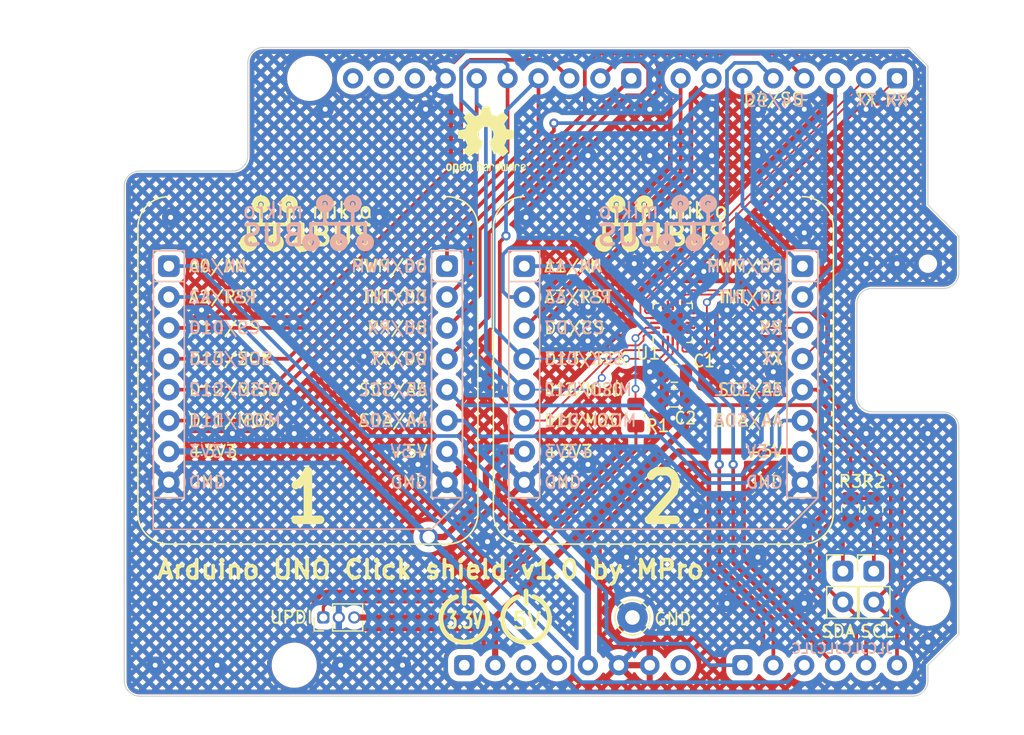
<source format=kicad_pcb>
(kicad_pcb (version 20221018) (generator pcbnew)
  (title_block (title "Arduino UNO Click shield") (date "2023-08-27") (rev "1.0") (company "© 2023 MPro") (comment 1 "Designed by MPro") (comment 4 "Licensed under CERN-OHL-P v2 or any later version"))
  (layers (0 "F.Cu" signal) (31 "B.Cu" signal) (34 "B.Paste" user) (35 "F.Paste" user) (36 "B.SilkS" user "B.Silkscreen") (37 "F.SilkS" user "F.Silkscreen") (38 "B.Mask" user) (39 "F.Mask" user) (44 "Edge.Cuts" user))
  (net 0 "")
  (net 2 "VCC")
  (net 4 "+3.3V")
  (net 5 "+5V")
  (net 6 "GND")
  (net 8 "/AIN1")
  (net 9 "/AIN2")
  (net 10 "/RST1")
  (net 11 "/RST2")
  (net 12 "/SDA")
  (net 13 "/SCL")
  (net 14 "UPDI")
  (net 16 "/INT1")
  (net 17 "/INT2")
  (net 19 "/PWM1")
  (net 20 "/PWM2")
  (net 22 "/RxD_pass2")
  (net 23 "/TxD_pass2")
  (net 25 "/MOSI")
  (net 26 "/MISO")
  (net 27 "/SCK")
  (net 31 "/~{CS1}")
  (net 32 "/TxD1")
  (net 33 "/RxD1")
  (net 34 "/~{CS2}")
  (net 35 "/TxD2")
  (net 36 "/RxD2")
  (net 39 "Net-(JP1-A)")
  (net 40 "Net-(JP2-A)")
  (net 41 "/~{SS1}")
  (net 45 "Net-(J4-Pin_1)")
  (footprint "footprints:mikroBUS_host_connector" (layer "F.Cu") (at 74.780714 53.540214)
    (fp_text reference "J1" hide)
    (fp_text value "mikroBUS host connector" hide)
  )
  (footprint "footprints:Logo_Power_3V3" (layer "F.Cu") (at 99.06 82.55)
    (fp_text reference "LOGO3" hide)
    (fp_text value "LOGO" hide)
  )
  (footprint "footprints:Arduino_UNO_R3_WithMountingHoles_Profiled" (layer "F.Cu") (at 71.12 38.1)
    (fp_text reference "A1" hide)
    (fp_text value "Arduino UNO R3 Shield" hide)
    (fp_line (start 0 8.89) (end 0 49.53) (stroke (width 0.1)) (layer "Edge.Cuts"))
    (fp_line (start 1.27 50.8) (end 64.77 50.8) (stroke (width 0.1)) (layer "Edge.Cuts"))
    (fp_line (start 8.89 7.62) (end 1.27 7.62) (stroke (width 0.1)) (layer "Edge.Cuts"))
    (fp_line (start 10.16 -1.27) (end 10.16 3.81) (stroke (width 0.1)) (layer "Edge.Cuts"))
    (fp_line (start 10.16 3.81) (end 10.16 6.35) (stroke (width 0.1)) (layer "Edge.Cuts"))
    (fp_line (start 60.198 18.542) (end 60.198 26.162) (stroke (width 0.1)) (layer "Edge.Cuts"))
    (fp_line (start 61.468 27.432) (end 67.31 27.432) (stroke (width 0.1)) (layer "Edge.Cuts"))
    (fp_line (start 63.5 17.272) (end 61.468 17.272) (stroke (width 0.1)) (layer "Edge.Cuts"))
    (fp_line (start 64.52 -2.54) (end 11.43 -2.54) (stroke (width 0.1)) (layer "Edge.Cuts"))
    (fp_line (start 66.04 -1.02) (end 64.52 -2.54) (stroke (width 0.1)) (layer "Edge.Cuts"))
    (fp_line (start 66.04 10.41) (end 66.04 -1.02) (stroke (width 0.1)) (layer "Edge.Cuts"))
    (fp_line (start 66.04 48.26) (end 68.58 45.72) (stroke (width 0.1)) (layer "Edge.Cuts"))
    (fp_line (start 66.04 49.53) (end 66.04 48.26) (stroke (width 0.1)) (layer "Edge.Cuts"))
    (fp_line (start 67.31 17.272) (end 63.5 17.272) (stroke (width 0.1)) (layer "Edge.Cuts"))
    (fp_line (start 68.58 12.95) (end 66.04 10.41) (stroke (width 0.1)) (layer "Edge.Cuts"))
    (fp_line (start 68.58 14.478) (end 68.58 12.95) (stroke (width 0.1)) (layer "Edge.Cuts"))
    (fp_line (start 68.58 16.002) (end 68.58 14.478) (stroke (width 0.1)) (layer "Edge.Cuts"))
    (fp_line (start 68.58 45.72) (end 68.58 28.702) (stroke (width 0.1)) (layer "Edge.Cuts"))
    (fp_arc (start 0 8.89) (mid 0.371974 7.991974) (end 1.27 7.62) (stroke (width 0.1)) (layer "Edge.Cuts"))
    (fp_arc (start 1.27 50.8) (mid 0.371974 50.428026) (end 0 49.53) (stroke (width 0.1)) (layer "Edge.Cuts"))
    (fp_arc (start 10.16 -1.27) (mid 10.531974 -2.168026) (end 11.43 -2.54) (stroke (width 0.1)) (layer "Edge.Cuts"))
    (fp_arc (start 10.16 6.35) (mid 9.788026 7.248026) (end 8.89 7.62) (stroke (width 0.1)) (layer "Edge.Cuts"))
    (fp_arc (start 60.198 18.542) (mid 60.569974 17.643974) (end 61.468 17.272) (stroke (width 0.1)) (layer "Edge.Cuts"))
    (fp_arc (start 61.468 27.432) (mid 60.569974 27.060026) (end 60.198 26.162) (stroke (width 0.1)) (layer "Edge.Cuts"))
    (fp_arc (start 66.04 49.53) (mid 65.668026 50.428026) (end 64.77 50.8) (stroke (width 0.1)) (layer "Edge.Cuts"))
    (fp_arc (start 67.31 27.432) (mid 68.208026 27.803974) (end 68.58 28.702) (stroke (width 0.1)) (layer "Edge.Cuts"))
    (fp_arc (start 68.58 16.002) (mid 68.208026 16.900026) (end 67.31 17.272) (stroke (width 0.1)) (layer "Edge.Cuts"))
  )
  (footprint "footprints:C_0805_2012Metric" (layer "F.Cu") (at 116.332 62.357 180)
    (fp_text reference "C1")
    (fp_text value "100n" hide)
  )
  (footprint "footprints:OSHW-Logo2_7.3x6mm_SilkScreen" (layer "F.Cu") (at 100.838 43.18)
    (fp_text reference "LOGO1" hide)
    (fp_text value "Logo_Open_Hardware_Small" hide)
  )
  (footprint "footprints:mikroBUS_host_connector" (layer "F.Cu") (at 103.990714 53.540214)
    (fp_text reference "J2" hide)
    (fp_text value "mikroBUS host connector" hide)
  )
  (footprint "footprints:PinHeader_1x02_P2.54mm_Vertical" (layer "F.Cu") (at 132.715 78.622714)
    (fp_text reference "JP1" hide)
    (fp_text value "SCL")
  )
  (footprint "footprints:TestPoint_THTPad_D2.5mm_Drill1.2mm" (layer "F.Cu") (at 112.880714 82.432714)
    (fp_text reference "TP1" hide)
    (fp_text value "GND")
  )
  (footprint "footprints:PinHeader_1x02_P2.54mm_Vertical" (layer "F.Cu") (at 130.175 78.622714)
    (fp_text reference "JP2" hide)
    (fp_text value "SDA")
  )
  (footprint "footprints:R_0805_2012Metric" (layer "F.Cu") (at 132.715 73.542714 -90)
    (fp_text reference "R2")
    (fp_text value "2k2" hide)
  )
  (footprint "footprints:R_0805_2012Metric" (layer "F.Cu") (at 130.81 73.542714 -90)
    (fp_text reference "R3")
    (fp_text value "2k2" hide)
  )
  (footprint "footprints:C_0805_2012Metric" (layer "F.Cu") (at 116.332 64.389 180)
    (fp_text reference "C2")
    (fp_text value "10u" hide)
  )
  (footprint "footprints:PinHeader_1x03_P1.27mm_Vertical" (layer "F.Cu") (at 87.480714 82.432714 90)
    (fp_text reference "J4" hide)
    (fp_text value "UPDI")
  )
  (footprint "footprints:VQFN-20-1EP_3x3mm_P0.4mm_EP1.7x1.7mm" (layer "F.Cu") (at 116.190714 58.21 90)
    (fp_text reference "U1")
    (fp_text value "ATtiny1616-M" hide)
  )
  (footprint "footprints:Logo_Power_5V" (layer "F.Cu") (at 104.14 82.55)
    (fp_text reference "LOGO2" hide)
    (fp_text value "LOGO" hide)
  )
  (footprint "footprints:R_0805_2012Metric" (layer "F.Cu") (at 113.157 65.786 90)
    (fp_text reference "R1")
    (fp_text value "470" hide)
  )
  (gr_text "D4/SS" (at 124.587 40.513) (layer "B.SilkS") (effects (font (size 1 1)) (justify bottom mirror)))
  (gr_text "JLCJLCJLCJLC" (at 134.366 85.471) (layer "B.SilkS") (effects (font (size 0.81 0.81) (thickness 0.15) bold) (justify left bottom mirror)))
  (gr_text "RX" (at 134.62 40.513) (layer "B.SilkS") (effects (font (size 1 1)) (justify bottom mirror)))
  (gr_text "TX" (at 132.08 40.513) (layer "B.SilkS") (effects (font (size 1 1)) (justify bottom mirror)))
  (gr_text "TX" (at 132.08 40.386) (layer "F.SilkS") (effects (font (size 1 1)) (justify bottom)))
  (gr_text "D4/SS" (at 124.46 40.386) (layer "F.SilkS") (effects (font (size 1 1)) (justify bottom)))
  (gr_text "RX" (at 134.62 40.386) (layer "F.SilkS") (effects (font (size 1 1)) (justify bottom)))
  (gr_text "Arduino UNO Click shield v1.0 by MPro" (at 73.66 79.375) (layer "F.SilkS") (effects (font (size 1.5 1.5) (thickness 0.3) bold) (justify left bottom)))
  (segment (start 130.81 72.630214) (end 132.715 72.630214) (width 0.3048) (layer "F.Cu") (net 2))
  (segment (start 101.6 82.423) (end 117.282 66.741) (width 0.508) (layer "F.Cu") (net 2))
  (segment (start 118.237 64.389) (end 117.282 64.389) (width 0.3048) (layer "F.Cu") (net 2))
  (segment (start 101.6 86.36) (end 101.6 82.423) (width 0.508) (layer "F.Cu") (net 2))
  (segment (start 127.5842 64.9732) (end 118.8212 64.9732) (width 0.3048) (layer "F.Cu") (net 2))
  (segment (start 130.81 72.630214) (end 130.81 69.088) (width 0.3048) (layer "F.Cu") (net 2))
  (segment (start 118.8212 64.9732) (end 118.237 64.389) (width 0.3048) (layer "F.Cu") (net 2))
  (segment (start 116.590714 60.710714) (end 116.590714 59.66) (width 0.1524) (layer "F.Cu") (net 2))
  (segment (start 130.81 69.088) (end 128.27 66.548) (width 0.3048) (layer "F.Cu") (net 2))
  (segment (start 90.020714 82.432714) (end 101.590286 82.432714) (width 0.508) (layer "F.Cu") (net 2))
  (segment (start 128.27 65.659) (end 127.5842 64.9732) (width 0.3048) (layer "F.Cu") (net 2))
  (segment (start 117.310514 61.430514) (end 116.590714 60.710714) (width 0.1524) (layer "F.Cu") (net 2))
  (segment (start 117.310514 62.061914) (end 117.310514 61.430514) (width 0.1524) (layer "F.Cu") (net 2))
  (segment (start 128.27 66.548) (end 128.27 65.659) (width 0.3048) (layer "F.Cu") (net 2))
  (segment (start 117.282 66.741) (end 117.282 62.357) (width 0.508) (layer "F.Cu") (net 2))
  (segment (start 102.415786 68.780214) (end 103.990714 68.780214) (width 0.508) (layer "F.Cu") (net 4))
  (segment (start 97.409 75.819) (end 100.838 72.39) (width 0.508) (layer "F.Cu") (net 4))
  (segment (start 96.139 75.819) (end 97.409 75.819) (width 0.508) (layer "F.Cu") (net 4))
  (segment (start 100.838 72.39) (end 100.838 70.358) (width 0.508) (layer "F.Cu") (net 4))
  (segment (start 100.838 70.358) (end 102.415786 68.780214) (width 0.508) (layer "F.Cu") (net 4))
  (via (at 96.139 75.819) (size 1.524) (drill 1.016) (layers "F.Cu" "B.Cu") (net 4))
  (segment (start 106.68 86.36) (end 96.139 75.819) (width 0.508) (layer "B.Cu") (net 4))
  (segment (start 96.139 75.819) (end 89.100214 68.780214) (width 0.508) (layer "B.Cu") (net 4))
  (segment (start 89.100214 68.780214) (end 74.780714 68.780214) (width 0.508) (layer "B.Cu") (net 4))
  (segment (start 109.22 86.36) (end 109.22 76.2) (width 0.508) (layer "F.Cu") (net 5))
  (segment (start 109.22 76.2) (end 116.639786 68.780214) (width 0.508) (layer "F.Cu") (net 5))
  (segment (start 116.639786 68.780214) (end 126.850714 68.780214) (width 0.508) (layer "F.Cu") (net 5))
  (segment (start 109.22 86.36) (end 109.22 80.3595) (width 0.508) (layer "B.Cu") (net 5))
  (segment (start 109.22 80.3595) (end 97.640714 68.780214) (width 0.508) (layer "B.Cu") (net 5))
  (segment (start 115.410514 61.500486) (end 116.190714 60.720286) (width 0.1524) (layer "F.Cu") (net 6))
  (segment (start 115.410514 62.061914) (end 115.410514 61.500486) (width 0.1524) (layer "F.Cu") (net 6))
  (segment (start 114.3 83.852) (end 114.3 86.36) (width 0.508) (layer "F.Cu") (net 6))
  (segment (start 114.3 86.36) (end 111.76 86.36) (width 0.508) (layer "F.Cu") (net 6))
  (segment (start 116.190714 59.66) (end 116.190714 58.21) (width 0.1524) (layer "F.Cu") (net 6))
  (segment (start 116.190714 60.720286) (end 116.190714 59.66) (width 0.1524) (layer "F.Cu") (net 6))
  (segment (start 112.880714 82.432714) (end 114.3 83.852) (width 0.508) (layer "F.Cu") (net 6))
  (segment (start 115.382 62.357) (end 115.382 64.389) (width 0.508) (layer "F.Cu") (net 6))
  (via (at 132.08 53.34) (size 0.762) (drill 0.4064) (layers "F.Cu" "B.Cu") (net 6))
  (via (at 109.22 69.85) (size 0.762) (drill 0.4064) (layers "F.Cu" "B.Cu") (net 6))
  (via (at 114.3 44.45) (size 0.762) (drill 0.4064) (layers "F.Cu" "B.Cu") (net 6))
  (via (at 119.38 44.45) (size 0.762) (drill 0.4064) (layers "F.Cu" "B.Cu") (net 6))
  (via (at 73.66 81.28) (size 0.762) (drill 0.4064) (layers "F.Cu" "B.Cu") (net 6))
  (via (at 93.98 86.36) (size 0.762) (drill 0.4064) (layers "F.Cu" "B.Cu") (net 6))
  (via (at 85.09 67.31) (size 0.762) (drill 0.4064) (layers "F.Cu" "B.Cu") (net 6))
  (via (at 88.9 86.36) (size 0.762) (drill 0.4064) (layers "F.Cu" "B.Cu") (net 6))
  (via (at 119.38 40.64) (size 0.762) (drill 0.4064) (layers "F.Cu" "B.Cu") (net 6))
  (via (at 73.66 86.36) (size 0.762) (drill 0.4064) (layers "F.Cu" "B.Cu") (net 6))
  (via (at 116.205 66.04) (size 0.762) (drill 0.4064) (layers "F.Cu" "B.Cu") (net 6))
  (via (at 100.965 76.2) (size 0.762) (drill 0.4064) (layers "F.Cu" "B.Cu") (net 6))
  (via (at 74.93 49.53) (size 0.762) (drill 0.4064) (layers "F.Cu" "B.Cu") (net 6))
  (via (at 85.09 64.77) (size 0.762) (drill 0.4064) (layers "F.Cu" "B.Cu") (net 6))
  (via (at 112.395 77.47) (size 0.762) (drill 0.4064) (layers "F.Cu" "B.Cu") (net 6))
  (via (at 134.62 40.64) (size 0.762) (drill 0.4064) (layers "F.Cu" "B.Cu") (net 6))
  (via (at 127 50.8) (size 0.762) (drill 0.4064) (layers "F.Cu" "B.Cu") (net 6))
  (via (at 92.075 49.53) (size 0.762) (drill 0.4064) (layers "F.Cu" "B.Cu") (net 6))
  (via (at 78.74 86.36) (size 0.762) (drill 0.4064) (layers "F.Cu" "B.Cu") (net 6))
  (via (at 123.19 40.64) (size 0.762) (drill 0.4064) (layers "F.Cu" "B.Cu") (net 6))
  (via (at 104.14 49.53) (size 0.762) (drill 0.4064) (layers "F.Cu" "B.Cu") (net 6))
  (via (at 120.65 57.15) (size 0.762) (drill 0.4064) (layers "F.Cu" "B.Cu") (net 6))
  (via (at 124.46 62.23) (size 0.762) (drill 0.4064) (layers "F.Cu" "B.Cu") (net 6))
  (via (at 127 81.28) (size 0.762) (drill 0.4064) (layers "F.Cu" "B.Cu") (net 6))
  (via (at 95.885 40.64) (size 0.762) (drill 0.4064) (layers "F.Cu" "B.Cu") (net 6))
  (via (at 109.22 44.45) (size 0.762) (drill 0.4064) (layers "F.Cu" "B.Cu") (net 6))
  (via (at 132.08 40.64) (size 0.762) (drill 0.4064) (layers "F.Cu" "B.Cu") (net 6))
  (via (at 127 74.93) (size 0.762) (drill 0.4064) (layers "F.Cu" "B.Cu") (net 6))
  (via (at 113.03 53.34) (size 0.762) (drill 0.4064) (layers "F.Cu" "B.Cu") (net 6))
  (via (at 87.63 40.64) (size 0.762) (drill 0.4064) (layers "F.Cu" "B.Cu") (net 6))
  (via (at 137.16 84.455) (size 0.762) (drill 0.4064) (layers "F.Cu" "B.Cu") (net 6))
  (via (at 80.01 67.31) (size 0.762) (drill 0.4064) (layers "F.Cu" "B.Cu") (net 6))
  (via (at 118.745 53.975) (size 0.762) (drill 0.4064) (layers "F.Cu" "B.Cu") (net 6))
  (via (at 118.11 73.66) (size 0.762) (drill 0.4064) (layers "F.Cu" "B.Cu") (net 6))
  (via (at 109.22 59.69) (size 0.762) (drill 0.4064) (layers "F.Cu" "B.Cu") (net 6))
  (via (at 123.19 77.47) (size 0.762) (drill 0.4064) (layers "F.Cu" "B.Cu") (net 6))
  (via (at 90.805 60.96) (size 0.762) (drill 0.4064) (layers "F.Cu" "B.Cu") (net 6))
  (via (at 120.65 81.28) (size 0.762) (drill 0.4064) (layers "F.Cu" "B.Cu") (net 6))
  (via (at 134.62 53.34) (size 0.762) (drill 0.4064) (layers "F.Cu" "B.Cu") (net 6))
  (via (at 137.16 67.31) (size 0.762) (drill 0.4064) (layers "F.Cu" "B.Cu") (net 6))
  (via (at 109.22 56.896) (size 0.762) (drill 0.4064) (layers "F.Cu" "B.Cu") (net 6))
  (via (at 95.25 69.85) (size 0.762) (drill 0.4064) (layers "F.Cu" "B.Cu") (net 6))
  (via (at 100.33 62.865) (size 0.762) (drill 0.4064) (layers "F.Cu" "B.Cu") (net 6))
  (via (at 77.47 57.15) (size 0.762) (drill 0.4064) (layers "F.Cu" "B.Cu") (net 6))
  (via (at 132.08 67.31) (size 0.762) (drill 0.4064) (layers "F.Cu" "B.Cu") (net 6))
  (via (at 114.3 40.64) (size 0.762) (drill 0.4064) (layers "F.Cu" "B.Cu") (net 6))
  (via (at 109.22 49.53) (size 0.762) (drill 0.4064) (layers "F.Cu" "B.Cu") (net 6))
  (via (at 127 40.64) (size 0.762) (drill 0.4064) (layers "F.Cu" "B.Cu") (net 6))
  (via (at 114.3 62.23) (size 0.762) (drill 0.4064) (layers "F.Cu" "B.Cu") (net 6))
  (via (at 120.65 62.23) (size 0.762) (drill 0.4064) (layers "F.Cu" "B.Cu") (net 6))
  (via (at 123.19 44.45) (size 0.762) (drill 0.4064) (layers "F.Cu" "B.Cu") (net 6))
  (segment (start 110.744 80.391) (end 99.187 68.834) (width 0.3048) (layer "B.Cu") (net 8))
  (segment (start 110.744 83.566) (end 110.744 80.391) (width 0.3048) (layer "B.Cu") (net 8))
  (segment (start 121.92 86.36) (end 119.253 86.36) (width 0.3048) (layer "B.Cu") (net 8))
  (segment (start 99.187 68.072) (end 98.6282 67.5132) (width 0.3048) (layer "B.Cu") (net 8))
  (segment (start 111.76 84.582) (end 110.744 83.566) (width 0.3048) (layer "B.Cu") (net 8))
  (segment (start 99.187 68.834) (end 99.187 68.072) (width 0.3048) (layer "B.Cu") (net 8))
  (segment (start 119.253 86.36) (end 117.475 84.582) (width 0.3048) (layer "B.Cu") (net 8))
  (segment (start 77.162214 53.540214) (end 74.780714 53.540214) (width 0.3048) (layer "B.Cu") (net 8))
  (segment (start 91.1352 67.5132) (end 77.162214 53.540214) (width 0.3048) (layer "B.Cu") (net 8))
  (segment (start 117.475 84.582) (end 111.76 84.582) (width 0.3048) (layer "B.Cu") (net 8))
  (segment (start 98.6282 67.5132) (end 91.1352 67.5132) (width 0.3048) (layer "B.Cu") (net 8))
  (segment (start 120.015 78.105) (end 124.46 82.55) (width 0.3048) (layer "F.Cu") (net 9))
  (segment (start 124.46 82.55) (end 124.46 86.36) (width 0.3048) (layer "F.Cu") (net 9))
  (segment (start 120.015 69.85) (end 120.015 78.105) (width 0.3048) (layer "F.Cu") (net 9))
  (via (at 120.015 69.85) (size 0.762) (drill 0.4064) (layers "F.Cu" "B.Cu") (net 9))
  (segment (start 120.015 69.85) (end 120.015 65.024) (width 0.3048) (layer "B.Cu") (net 9))
  (segment (start 108.531214 53.540214) (end 103.990714 53.540214) (width 0.3048) (layer "B.Cu") (net 9))
  (segment (start 120.015 65.024) (end 108.531214 53.540214) (width 0.3048) (layer "B.Cu") (net 9))
  (segment (start 107.95 85.725) (end 107.95 86.995) (width 0.3048) (layer "B.Cu") (net 10))
  (segment (start 74.780714 56.080214) (end 78.305214 56.080214) (width 0.3048) (layer "B.Cu") (net 10))
  (segment (start 78.305214 56.080214) (end 107.95 85.725) (width 0.3048) (layer "B.Cu") (net 10))
  (segment (start 108.712 87.757) (end 125.603 87.757) (width 0.3048) (layer "B.Cu") (net 10))
  (segment (start 107.95 86.995) (end 108.712 87.757) (width 0.3048) (layer "B.Cu") (net 10))
  (segment (start 125.603 87.757) (end 127 86.36) (width 0.3048) (layer "B.Cu") (net 10))
  (segment (start 121.158 69.85) (end 121.158 77.978) (width 0.3048) (layer "F.Cu") (net 11))
  (segment (start 121.158 77.978) (end 129.54 86.36) (width 0.3048) (layer "F.Cu") (net 11))
  (via (at 121.158 69.85) (size 0.762) (drill 0.4064) (layers "F.Cu" "B.Cu") (net 11))
  (segment (start 102.689214 56.080214) (end 103.990714 56.080214) (width 0.3048) (layer "B.Cu") (net 11))
  (segment (start 102.743 52.07) (end 102.235 52.578) (width 0.3048) (layer "B.Cu") (net 11))
  (segment (start 121.158 65.278) (end 107.95 52.07) (width 0.3048) (layer "B.Cu") (net 11))
  (segment (start 121.158 69.85) (end 121.158 65.278) (width 0.3048) (layer "B.Cu") (net 11))
  (segment (start 102.235 52.578) (end 102.235 55.626) (width 0.3048) (layer "B.Cu") (net 11))
  (segment (start 107.95 52.07) (end 102.743 52.07) (width 0.3048) (layer "B.Cu") (net 11))
  (segment (start 102.235 55.626) (end 102.689214 56.080214) (width 0.3048) (layer "B.Cu") (net 11))
  (segment (start 130.175 81.162714) (end 130.057714 81.162714) (width 0.254) (layer "F.Cu") (net 12))
  (segment (start 126.850714 66.271714) (end 126.850714 66.240214) (width 0.254) (layer "F.Cu") (net 12))
  (segment (start 128.27 75.438) (end 129.413 74.295) (width 0.3048) (layer "F.Cu") (net 12))
  (segment (start 128.27 79.375) (end 128.27 75.438) (width 0.3048) (layer "F.Cu") (net 12))
  (segment (start 132.08 83.067714) (end 130.175 81.162714) (width 0.3048) (layer "F.Cu") (net 12))
  (segment (start 130.057714 81.162714) (end 128.27 79.375) (width 0.3048) (layer "F.Cu") (net 12))
  (segment (start 129.413 74.295) (end 129.413 68.834) (width 0.3048) (layer "F.Cu") (net 12))
  (segment (start 129.413 68.834) (end 126.850714 66.271714) (width 0.3048) (layer "F.Cu") (net 12))
  (segment (start 132.08 86.36) (end 132.08 83.067714) (width 0.3048) (layer "F.Cu") (net 12))
  (segment (start 97.640714 66.240214) (end 99.006214 66.240214) (width 0.3048) (layer "B.Cu") (net 12))
  (segment (start 99.006214 66.240214) (end 100.304814 67.538814) (width 0.3048) (layer "B.Cu") (net 12))
  (segment (start 118.999 71.374) (end 122.174 71.374) (width 0.3048) (layer "B.Cu") (net 12))
  (segment (start 100.304814 67.538814) (end 115.163814 67.538814) (width 0.3048) (layer "B.Cu") (net 12))
  (segment (start 115.163814 67.538814) (end 118.999 71.374) (width 0.3048) (layer "B.Cu") (net 12))
  (segment (start 124.968 68.58) (end 124.968 66.548) (width 0.3048) (layer "B.Cu") (net 12))
  (segment (start 122.174 71.374) (end 124.968 68.58) (width 0.3048) (layer "B.Cu") (net 12))
  (segment (start 124.968 66.548) (end 125.275786 66.240214) (width 0.3048) (layer "B.Cu") (net 12))
  (segment (start 125.275786 66.240214) (end 126.850714 66.240214) (width 0.3048) (layer "B.Cu") (net 12))
  (segment (start 126.850714 63.700214) (end 128.025714 63.700214) (width 0.3048) (layer "F.Cu") (net 13))
  (segment (start 128.27 63.9445) (end 128.27 64.643) (width 0.3048) (layer "F.Cu") (net 13))
  (segment (start 129.032 66.294) (end 134.112 71.374) (width 0.3048) (layer "F.Cu") (net 13))
  (segment (start 134.112 79.765714) (end 132.715 81.162714) (width 0.3048) (layer "F.Cu") (net 13))
  (segment (start 134.112 71.374) (end 134.112 79.765714) (width 0.3048) (layer "F.Cu") (net 13))
  (segment (start 128.27 64.643) (end 129.032 65.405) (width 0.3048) (layer "F.Cu") (net 13))
  (segment (start 128.025714 63.700214) (end 128.27 63.9445) (width 0.3048) (layer "F.Cu") (net 13))
  (segment (start 134.62 83.067714) (end 132.715 81.162714) (width 0.3048) (layer "F.Cu") (net 13))
  (segment (start 129.032 65.405) (end 129.032 66.294) (width 0.3048) (layer "F.Cu") (net 13))
  (segment (start 134.62 86.36) (end 134.62 83.067714) (width 0.3048) (layer "F.Cu") (net 13))
  (segment (start 121.803593 70.739) (end 124.333 68.209593) (width 0.3048) (layer "B.Cu") (net 13))
  (segment (start 97.640714 63.700214) (end 98.939314 64.998814) (width 0.3048) (layer "B.Cu") (net 13))
  (segment (start 124.333 68.209593) (end 124.333 66.217928) (width 0.3048) (layer "B.Cu") (net 13))
  (segment (start 119.253 70.739) (end 121.803593 70.739) (width 0.3048) (layer "B.Cu") (net 13))
  (segment (start 113.512814 64.998814) (end 119.253 70.739) (width 0.3048) (layer "B.Cu") (net 13))
  (segment (start 98.939314 64.998814) (end 113.512814 64.998814) (width 0.3048) (layer "B.Cu") (net 13))
  (segment (start 124.333 66.217928) (end 126.850714 63.700214) (width 0.3048) (layer "B.Cu") (net 13))
  (segment (start 113.1316 63.627) (end 113.1316 64.8481) (width 0.1524) (layer "F.Cu") (net 14))
  (segment (start 113.1316 64.8481) (end 113.157 64.8735) (width 0.1524) (layer "F.Cu") (net 14))
  (segment (start 113.983 58.61) (end 114.740714 58.61) (width 0.1524) (layer "F.Cu") (net 14))
  (segment (start 113.1316 59.4614) (end 113.983 58.61) (width 0.1524) (layer "F.Cu") (net 14))
  (via (at 113.1316 63.627) (size 0.65) (drill 0.4064) (layers "F.Cu" "B.Cu") (net 14))
  (via (at 113.1316 59.4614) (size 0.65) (drill 0.4064) (layers "F.Cu" "B.Cu") (net 14))
  (segment (start 113.1316 59.4614) (end 113.1316 63.627) (width 0.1524) (layer "B.Cu") (net 14))
  (segment (start 97.640714 56.080214) (end 99.568 54.152928) (width 0.3048) (layer "F.Cu") (net 16))
  (segment (start 99.568 54.152928) (end 99.568 50.292) (width 0.3048) (layer "F.Cu") (net 16))
  (segment (start 108.966 37.084) (end 109.982 36.068) (width 0.3048) (layer "F.Cu") (net 16))
  (segment (start 108.966 40.894) (end 108.966 37.084) (width 0.3048) (layer "F.Cu") (net 16))
  (segment (start 124.968 36.068) (end 127 38.1) (width 0.3048) (layer "F.Cu") (net 16))
  (segment (start 99.568 50.292) (end 108.966 40.894) (width 0.3048) (layer "F.Cu") (net 16))
  (segment (start 109.982 36.068) (end 124.968 36.068) (width 0.3048) (layer "F.Cu") (net 16))
  (segment (start 129.54 53.390928) (end 126.850714 56.080214) (width 0.3048) (layer "B.Cu") (net 17))
  (segment (start 129.54 38.1) (end 129.54 53.390928) (width 0.3048) (layer "B.Cu") (net 17))
  (segment (start 97.640714 51.203286) (end 97.640714 53.540214) (width 0.3048) (layer "F.Cu") (net 19))
  (segment (start 106.426 42.418) (end 97.640714 51.203286) (width 0.3048) (layer "F.Cu") (net 19))
  (segment (start 106.426 41.783) (end 106.426 42.418) (width 0.3048) (layer "F.Cu") (net 19))
  (via (at 106.426 41.783) (size 0.762) (drill 0.4064) (layers "F.Cu" "B.Cu") (net 19))
  (segment (start 115.697 41.783) (end 119.38 38.1) (width 0.3048) (layer "B.Cu") (net 19))
  (segment (start 106.426 41.783) (end 115.697 41.783) (width 0.3048) (layer "B.Cu") (net 19))
  (segment (start 121.92 48.6095) (end 126.850714 53.540214) (width 0.3048) (layer "B.Cu") (net 20))
  (segment (start 121.92 38.1) (end 121.92 48.6095) (width 0.3048) (layer "B.Cu") (net 20))
  (segment (start 113.919 56.891184) (end 113.919 57.277) (width 0.1524) (layer "F.Cu") (net 22))
  (segment (start 114.052 57.41) (end 114.740714 57.41) (width 0.1524) (layer "F.Cu") (net 22))
  (segment (start 134.62 38.1) (end 133.35 39.37) (width 0.1524) (layer "F.Cu") (net 22))
  (segment (start 131.440184 39.37) (end 113.919 56.891184) (width 0.1524) (layer "F.Cu") (net 22))
  (segment (start 133.35 39.37) (end 131.440184 39.37) (width 0.1524) (layer "F.Cu") (net 22))
  (segment (start 113.919 57.277) (end 114.052 57.41) (width 0.1524) (layer "F.Cu") (net 22))
  (segment (start 113.538 57.526184) (end 113.821816 57.81) (width 0.1524) (layer "F.Cu") (net 23))
  (segment (start 113.821816 57.81) (end 114.740714 57.81) (width 0.1524) (layer "F.Cu") (net 23))
  (segment (start 132.08 38.1) (end 113.538 56.642) (width 0.1524) (layer "F.Cu") (net 23))
  (segment (start 113.538 56.642) (end 113.538 57.526184) (width 0.1524) (layer "F.Cu") (net 23))
  (segment (start 114.091 59.01) (end 113.792 59.309) (width 0.1524) (layer "F.Cu") (net 25))
  (segment (start 114.740714 59.01) (end 114.091 59.01) (width 0.1524) (layer "F.Cu") (net 25))
  (segment (start 105.16 38.1) (end 105.16 42.668) (width 0.3048) (layer "F.Cu") (net 25))
  (segment (start 101.981 64.2305) (end 103.990714 66.240214) (width 0.3048) (layer "F.Cu") (net 25))
  (segment (start 111.8954 60.0626) (end 105.717786 66.240214) (width 0.1524) (layer "F.Cu") (net 25))
  (segment (start 113.380626 60.0626) (end 111.8954 60.0626) (width 0.1524) (layer "F.Cu") (net 25))
  (segment (start 102.489 51.054) (end 101.981 51.562) (width 0.3048) (layer "F.Cu") (net 25))
  (segment (start 113.792 59.651226) (end 113.380626 60.0626) (width 0.1524) (layer "F.Cu") (net 25))
  (segment (start 105.16 42.668) (end 81.587786 66.240214) (width 0.3048) (layer "F.Cu") (net 25))
  (segment (start 101.981 51.562) (end 101.981 64.2305) (width 0.3048) (layer "F.Cu") (net 25))
  (segment (start 105.717786 66.240214) (end 103.990714 66.240214) (width 0.1524) (layer "F.Cu") (net 25))
  (segment (start 113.792 59.309) (end 113.792 59.651226) (width 0.1524) (layer "F.Cu") (net 25))
  (segment (start 81.587786 66.240214) (end 74.780714 66.240214) (width 0.3048) (layer "F.Cu") (net 25))
  (via (at 102.489 51.054) (size 0.762) (drill 0.4064) (layers "F.Cu" "B.Cu") (net 25))
  (segment (start 102.489 51.054) (end 102.489 40.771) (width 0.3048) (layer "B.Cu") (net 25))
  (segment (start 102.489 40.771) (end 105.16 38.1) (width 0.3048) (layer "B.Cu") (net 25))
  (segment (start 110.363 62.288202) (end 110.363 62.738) (width 0.1524) (layer "F.Cu") (net 26))
  (segment (start 115.390714 60.377286) (end 115.316 60.452) (width 0.1524) (layer "F.Cu") (net 26))
  (segment (start 115.390714 59.66) (end 115.390714 60.377286) (width 0.1524) (layer "F.Cu") (net 26))
  (segment (start 115.316 60.452) (end 112.199202 60.452) (width 0.1524) (layer "F.Cu") (net 26))
  (segment (start 83.080036 63.700214) (end 74.780714 63.700214) (width 0.3048) (layer "F.Cu") (net 26))
  (segment (start 112.199202 60.452) (end 110.363 62.288202) (width 0.1524) (layer "F.Cu") (net 26))
  (segment (start 102.62 44.16025) (end 83.080036 63.700214) (width 0.3048) (layer "F.Cu") (net 26))
  (segment (start 102.62 38.1) (end 102.62 44.16025) (width 0.3048) (layer "F.Cu") (net 26))
  (via (at 110.363 62.738) (size 0.65) (drill 0.4064) (layers "F.Cu" "B.Cu") (net 26))
  (segment (start 109.400786 63.700214) (end 103.990714 63.700214) (width 0.1524) (layer "B.Cu") (net 26))
  (segment (start 110.363 62.738) (end 109.400786 63.700214) (width 0.1524) (layer "B.Cu") (net 26))
  (segment (start 102.3112 36.703) (end 102.62 37.0118) (width 0.3048) (layer "B.Cu") (net 26))
  (segment (start 102.62 37.0118) (end 102.62 38.1) (width 0.3048) (layer "B.Cu") (net 26))
  (segment (start 100.838 60.5475) (end 100.838 41.91) (width 0.3048) (layer "B.Cu") (net 26))
  (segment (start 99.3394 36.703) (end 102.3112 36.703) (width 0.3048) (layer "B.Cu") (net 26))
  (segment (start 98.806 39.878) (end 98.806 37.2364) (width 0.3048) (layer "B.Cu") (net 26))
  (segment (start 98.806 37.2364) (end 99.3394 36.703) (width 0.3048) (layer "B.Cu") (net 26))
  (segment (start 100.838 41.91) (end 98.806 39.878) (width 0.3048) (layer "B.Cu") (net 26))
  (segment (start 103.990714 63.700214) (end 100.838 60.5475) (width 0.3048) (layer "B.Cu") (net 26))
  (segment (start 100.08 38.1) (end 100.08 45.6525) (width 0.3048) (layer "F.Cu") (net 27))
  (segment (start 112.341214 61.160214) (end 115.115786 61.160214) (width 0.1524) (layer "F.Cu") (net 27))
  (segment (start 115.790714 60.485286) (end 115.790714 59.66) (width 0.1524) (layer "F.Cu") (net 27))
  (segment (start 100.08 45.6525) (end 84.572286 61.160214) (width 0.3048) (layer "F.Cu") (net 27))
  (segment (start 84.572286 61.160214) (end 74.780714 61.160214) (width 0.3048) (layer "F.Cu") (net 27))
  (segment (start 115.115786 61.160214) (end 115.790714 60.485286) (width 0.1524) (layer "F.Cu") (net 27))
  (via (at 112.341214 61.160214) (size 0.65) (drill 0.4064) (layers "F.Cu" "B.Cu") (net 27))
  (segment (start 101.473 58.6425) (end 101.473 41.529) (width 0.3048) (layer "B.Cu") (net 27))
  (segment (start 100.076 40.132) (end 100.08 40.128) (width 0.3048) (layer "B.Cu") (net 27))
  (segment (start 100.08 40.128) (end 100.08 38.1) (width 0.3048) (layer "B.Cu") (net 27))
  (segment (start 112.341214 61.160214) (end 103.990714 61.160214) (width 0.1524) (layer "B.Cu") (net 27))
  (segment (start 103.990714 61.160214) (end 101.473 58.6425) (width 0.3048) (layer "B.Cu") (net 27))
  (segment (start 101.473 41.529) (end 100.076 40.132) (width 0.3048) (layer "B.Cu") (net 27))
  (segment (start 99.568 36.576) (end 98.806 37.338) (width 0.3048) (layer "F.Cu") (net 31))
  (segment (start 98.806 37.338) (end 98.806 45.847) (width 0.3048) (layer "F.Cu") (net 31))
  (segment (start 86.032786 58.620214) (end 74.780714 58.620214) (width 0.3048) (layer "F.Cu") (net 31))
  (segment (start 98.806 45.847) (end 86.032786 58.620214) (width 0.3048) (layer "F.Cu") (net 31))
  (segment (start 106.176 36.576) (end 99.568 36.576) (width 0.3048) (layer "F.Cu") (net 31))
  (segment (start 107.7 38.1) (end 106.176 36.576) (width 0.3048) (layer "F.Cu") (net 31))
  (segment (start 113.538 39.497) (end 112.395 39.497) (width 0.3048) (layer "F.Cu") (net 32))
  (segment (start 101.092 57.708928) (end 97.640714 61.160214) (width 0.3048) (layer "F.Cu") (net 32))
  (segment (start 101.092 50.8) (end 101.092 57.708928) (width 0.3048) (layer "F.Cu") (net 32))
  (segment (start 113.541293 36.703) (end 114.173 37.334707) (width 0.3048) (layer "F.Cu") (net 32))
  (segment (start 111.637 36.703) (end 113.541293 36.703) (width 0.3048) (layer "F.Cu") (net 32))
  (segment (start 114.173 38.862) (end 113.538 39.497) (width 0.3048) (layer "F.Cu") (net 32))
  (segment (start 112.395 39.497) (end 101.092 50.8) (width 0.3048) (layer "F.Cu") (net 32))
  (segment (start 110.24 38.1) (end 111.637 36.703) (width 0.3048) (layer "F.Cu") (net 32))
  (segment (start 114.173 37.334707) (end 114.173 38.862) (width 0.3048) (layer "F.Cu") (net 32))
  (segment (start 112.776 38.1) (end 112.78 38.1) (width 0.3048) (layer "F.Cu") (net 33))
  (segment (start 100.33 55.930928) (end 100.33 50.546) (width 0.3048) (layer "F.Cu") (net 33))
  (segment (start 97.640714 58.620214) (end 100.33 55.930928) (width 0.3048) (layer "F.Cu") (net 33))
  (segment (start 100.33 50.546) (end 112.776 38.1) (width 0.3048) (layer "F.Cu") (net 33))
  (segment (start 103.990714 58.620214) (end 116.84 45.770928) (width 0.3048) (layer "F.Cu") (net 34))
  (segment (start 116.84 45.770928) (end 116.84 38.1) (width 0.3048) (layer "F.Cu") (net 34))
  (segment (start 116.590714 56.011917) (end 116.590714 56.76) (width 0.1524) (layer "F.Cu") (net 35))
  (segment (start 117.075031 55.5276) (end 116.590714 56.011917) (width 0.1524) (layer "F.Cu") (net 35))
  (segment (start 127.4572 57.3532) (end 123.0437 57.3532) (width 0.1524) (layer "F.Cu") (net 35))
  (segment (start 121.2181 55.5276) (end 117.075031 55.5276) (width 0.1524) (layer "F.Cu") (net 35))
  (segment (start 128.143 59.867928) (end 128.143 58.039) (width 0.1524) (layer "F.Cu") (net 35))
  (segment (start 126.850714 61.160214) (end 128.143 59.867928) (width 0.1524) (layer "F.Cu") (net 35))
  (segment (start 123.0437 57.3532) (end 121.2181 55.5276) (width 0.1524) (layer "F.Cu") (net 35))
  (segment (start 128.143 58.039) (end 127.4572 57.3532) (width 0.1524) (layer "F.Cu") (net 35))
  (segment (start 123.812346 58.620214) (end 126.850714 58.620214) (width 0.1524) (layer "F.Cu") (net 36))
  (segment (start 116.990714 56.110286) (end 117.221 55.88) (width 0.1524) (layer "F.Cu") (net 36))
  (segment (start 117.221 55.88) (end 121.072132 55.88) (width 0.1524) (layer "F.Cu") (net 36))
  (segment (start 121.072132 55.88) (end 123.812346 58.620214) (width 0.1524) (layer "F.Cu") (net 36))
  (segment (start 116.990714 56.76) (end 116.990714 56.110286) (width 0.1524) (layer "F.Cu") (net 36))
  (segment (start 132.715 74.455214) (end 132.715 78.622714) (width 0.3048) (layer "F.Cu") (net 39))
  (segment (start 130.81 74.455214) (end 130.81 75.438) (width 0.3048) (layer "F.Cu") (net 40))
  (segment (start 130.175 76.073) (end 130.175 78.622714) (width 0.3048) (layer "F.Cu") (net 40))
  (segment (start 130.81 75.438) (end 130.175 76.073) (width 0.3048) (layer "F.Cu") (net 40))
  (segment (start 116.990714 59.66) (end 116.990714 60.475714) (width 0.1524) (layer "F.Cu") (net 41))
  (segment (start 118.999 59.944) (end 118.999 56.515) (width 0.1524) (layer "F.Cu") (net 41))
  (segment (start 118.364 60.579) (end 118.999 59.944) (width 0.1524) (layer "F.Cu") (net 41))
  (segment (start 117.094 60.579) (end 118.364 60.579) (width 0.1524) (layer "F.Cu") (net 41))
  (segment (start 116.990714 60.475714) (end 117.094 60.579) (width 0.1524) (layer "F.Cu") (net 41))
  (via (at 118.999 56.515) (size 0.65) (drill 0.4064) (layers "F.Cu" "B.Cu") (net 41))
  (segment (start 118.999 56.515) (end 120.65 54.864) (width 0.3048) (layer "B.Cu") (net 41))
  (segment (start 123.19 36.83) (end 124.46 38.1) (width 0.3048) (layer "B.Cu") (net 41))
  (segment (start 120.65 54.864) (end 120.65 37.465) (width 0.3048) (layer "B.Cu") (net 41))
  (segment (start 120.65 37.465) (end 121.285 36.83) (width 0.3048) (layer "B.Cu") (net 41))
  (segment (start 121.285 36.83) (end 123.19 36.83) (width 0.3048) (layer "B.Cu") (net 41))
  (segment (start 113.1672 66.7087) (end 113.1672 68.6968) (width 0.254) (layer "F.Cu") (net 45))
  (segment (start 113.157 66.6985) (end 113.1672 66.7087) (width 0.254) (layer "F.Cu") (net 45))
  (segment (start 113.1672 68.6968) (end 100.711 81.153) (width 0.254) (layer "F.Cu") (net 45))
  (segment (start 87.884 81.153) (end 87.480714 81.556286) (width 0.254) (layer "F.Cu") (net 45))
  (segment (start 100.711 81.153) (end 87.884 81.153) (width 0.254) (layer "F.Cu") (net 45))
  (segment (start 87.480714 81.556286) (end 87.480714 82.432714) (width 0.254) (layer "F.Cu") (net 45))
  (zone (net 6) (net_name "GND") (layers "F&B.Cu") (connect_pads (clearance 0.508)) (min_thickness 0.25) (fill yes (mode hatch) (thermal_gap 0.5) (thermal_bridge_width 0.5) (hatch_thickness 0.381) (hatch_gap 0.381) (hatch_orientation 45) (hatch_border_algorithm hatch_thickness) (hatch_min_hole_area 0.3))
    (polygon (pts (xy 71.12 88.9) (xy 139.7 88.9) (xy 139.7 35.56) (xy 71.12 35.56)))
  )
)
</source>
